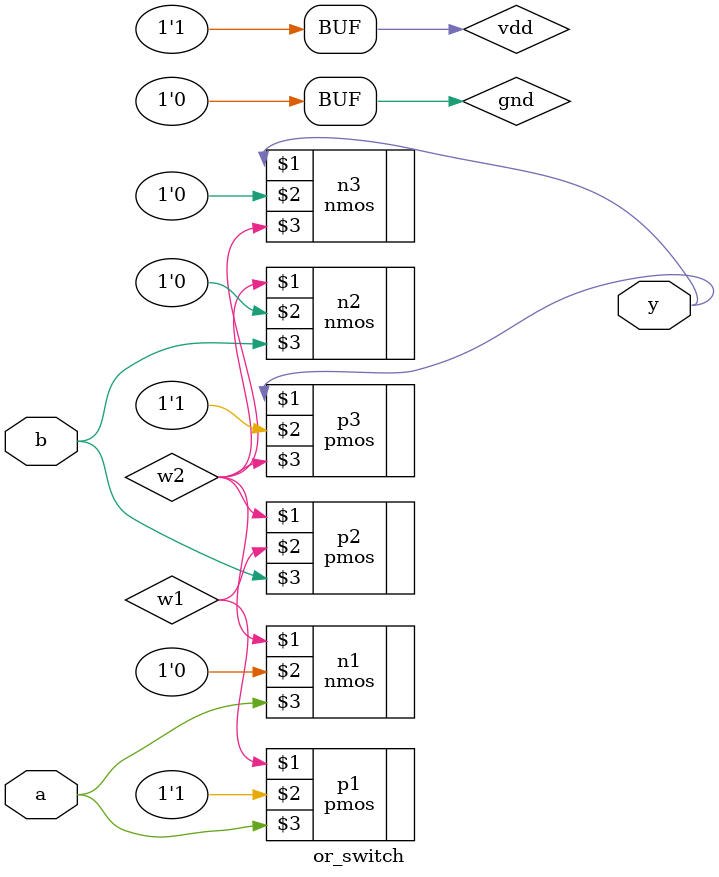
<source format=v>
`timescale 1ns / 1ps


module or_switch(input a,b,output y);
wire w1,w2;
supply1 vdd;
supply0 gnd;
pmos p1(w1,vdd,a);
pmos p2(w2,w1,b);
nmos n1(w2,gnd,a);
nmos n2(w2,gnd,b);
pmos p3(y,vdd,w2);
nmos n3(y,gnd,w2);
endmodule

</source>
